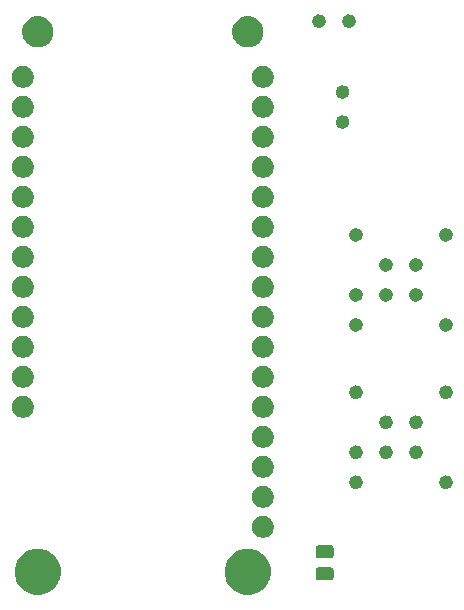
<source format=gts>
G04 #@! TF.GenerationSoftware,KiCad,Pcbnew,(5.1.0)-1*
G04 #@! TF.CreationDate,2019-11-28T11:04:33+01:00*
G04 #@! TF.ProjectId,main_PCB_3,6d61696e-5f50-4434-925f-332e6b696361,rev?*
G04 #@! TF.SameCoordinates,Original*
G04 #@! TF.FileFunction,Soldermask,Top*
G04 #@! TF.FilePolarity,Negative*
%FSLAX46Y46*%
G04 Gerber Fmt 4.6, Leading zero omitted, Abs format (unit mm)*
G04 Created by KiCad (PCBNEW (5.1.0)-1) date 2019-11-28 11:04:33*
%MOMM*%
%LPD*%
G04 APERTURE LIST*
%ADD10C,0.600000*%
%ADD11C,0.100000*%
G04 APERTURE END LIST*
D10*
X168840000Y-50000000D02*
G75*
G03X168840000Y-50000000I-300000J0D01*
G01*
X166300000Y-50000000D02*
G75*
G03X166300000Y-50000000I-300000J0D01*
G01*
X168300000Y-56000000D02*
G75*
G03X168300000Y-56000000I-300000J0D01*
G01*
X168300000Y-58540000D02*
G75*
G03X168300000Y-58540000I-300000J0D01*
G01*
X174510000Y-73180000D02*
G75*
G03X174510000Y-73180000I-300000J0D01*
G01*
X171970000Y-73180000D02*
G75*
G03X171970000Y-73180000I-300000J0D01*
G01*
X169430000Y-73180000D02*
G75*
G03X169430000Y-73180000I-300000J0D01*
G01*
X174510000Y-70640000D02*
G75*
G03X174510000Y-70640000I-300000J0D01*
G01*
X171970000Y-70640000D02*
G75*
G03X171970000Y-70640000I-300000J0D01*
G01*
X169430000Y-68100000D02*
G75*
G03X169430000Y-68100000I-300000J0D01*
G01*
X177050000Y-68100000D02*
G75*
G03X177050000Y-68100000I-300000J0D01*
G01*
X177050000Y-75720000D02*
G75*
G03X177050000Y-75720000I-300000J0D01*
G01*
X169430000Y-75720000D02*
G75*
G03X169430000Y-75720000I-300000J0D01*
G01*
X177050000Y-81420000D02*
G75*
G03X177050000Y-81420000I-300000J0D01*
G01*
X169430000Y-81420000D02*
G75*
G03X169430000Y-81420000I-300000J0D01*
G01*
X171970000Y-83960000D02*
G75*
G03X171970000Y-83960000I-300000J0D01*
G01*
X174510000Y-83960000D02*
G75*
G03X174510000Y-83960000I-300000J0D01*
G01*
X174510000Y-86500000D02*
G75*
G03X174510000Y-86500000I-300000J0D01*
G01*
X171970000Y-86500000D02*
G75*
G03X171970000Y-86500000I-300000J0D01*
G01*
X169430000Y-86500000D02*
G75*
G03X169430000Y-86500000I-300000J0D01*
G01*
X169430000Y-89040000D02*
G75*
G03X169430000Y-89040000I-300000J0D01*
G01*
X177050000Y-89040000D02*
G75*
G03X177050000Y-89040000I-300000J0D01*
G01*
D11*
G36*
X160414579Y-94714112D02*
G01*
X160540544Y-94739168D01*
X160687991Y-94800243D01*
X160896512Y-94886615D01*
X160896513Y-94886616D01*
X161216877Y-95100676D01*
X161489324Y-95373123D01*
X161546371Y-95458500D01*
X161703385Y-95693488D01*
X161850832Y-96049457D01*
X161925078Y-96422712D01*
X161926000Y-96427351D01*
X161926000Y-96812649D01*
X161850832Y-97190544D01*
X161793508Y-97328935D01*
X161703385Y-97546512D01*
X161703384Y-97546513D01*
X161489324Y-97866877D01*
X161216877Y-98139324D01*
X161002816Y-98282355D01*
X160896512Y-98353385D01*
X160687991Y-98439757D01*
X160540544Y-98500832D01*
X160414579Y-98525888D01*
X160162651Y-98576000D01*
X159777349Y-98576000D01*
X159525421Y-98525888D01*
X159399456Y-98500832D01*
X159252009Y-98439757D01*
X159043488Y-98353385D01*
X158937184Y-98282355D01*
X158723123Y-98139324D01*
X158450676Y-97866877D01*
X158236616Y-97546513D01*
X158236615Y-97546512D01*
X158146492Y-97328935D01*
X158089168Y-97190544D01*
X158014000Y-96812649D01*
X158014000Y-96427351D01*
X158014923Y-96422712D01*
X158089168Y-96049457D01*
X158236615Y-95693488D01*
X158393629Y-95458500D01*
X158450676Y-95373123D01*
X158723123Y-95100676D01*
X159043487Y-94886616D01*
X159043488Y-94886615D01*
X159252009Y-94800243D01*
X159399456Y-94739168D01*
X159525421Y-94714112D01*
X159777349Y-94664000D01*
X160162651Y-94664000D01*
X160414579Y-94714112D01*
X160414579Y-94714112D01*
G37*
G36*
X142634579Y-94714112D02*
G01*
X142760544Y-94739168D01*
X142907991Y-94800243D01*
X143116512Y-94886615D01*
X143116513Y-94886616D01*
X143436877Y-95100676D01*
X143709324Y-95373123D01*
X143766371Y-95458500D01*
X143923385Y-95693488D01*
X144070832Y-96049457D01*
X144145078Y-96422712D01*
X144146000Y-96427351D01*
X144146000Y-96812649D01*
X144070832Y-97190544D01*
X144013508Y-97328935D01*
X143923385Y-97546512D01*
X143923384Y-97546513D01*
X143709324Y-97866877D01*
X143436877Y-98139324D01*
X143222816Y-98282355D01*
X143116512Y-98353385D01*
X142907991Y-98439757D01*
X142760544Y-98500832D01*
X142634579Y-98525888D01*
X142382651Y-98576000D01*
X141997349Y-98576000D01*
X141745421Y-98525888D01*
X141619456Y-98500832D01*
X141472009Y-98439757D01*
X141263488Y-98353385D01*
X141157184Y-98282355D01*
X140943123Y-98139324D01*
X140670676Y-97866877D01*
X140456616Y-97546513D01*
X140456615Y-97546512D01*
X140366492Y-97328935D01*
X140309168Y-97190544D01*
X140234000Y-96812649D01*
X140234000Y-96427351D01*
X140234923Y-96422712D01*
X140309168Y-96049457D01*
X140456615Y-95693488D01*
X140613629Y-95458500D01*
X140670676Y-95373123D01*
X140943123Y-95100676D01*
X141263487Y-94886616D01*
X141263488Y-94886615D01*
X141472009Y-94800243D01*
X141619456Y-94739168D01*
X141745421Y-94714112D01*
X141997349Y-94664000D01*
X142382651Y-94664000D01*
X142634579Y-94714112D01*
X142634579Y-94714112D01*
G37*
G36*
X167064468Y-96261065D02*
G01*
X167103138Y-96272796D01*
X167138777Y-96291846D01*
X167170017Y-96317483D01*
X167195654Y-96348723D01*
X167214704Y-96384362D01*
X167226435Y-96423032D01*
X167231000Y-96469388D01*
X167231000Y-97120612D01*
X167226435Y-97166968D01*
X167214704Y-97205638D01*
X167195654Y-97241277D01*
X167170017Y-97272517D01*
X167138777Y-97298154D01*
X167103138Y-97317204D01*
X167064468Y-97328935D01*
X167018112Y-97333500D01*
X165941888Y-97333500D01*
X165895532Y-97328935D01*
X165856862Y-97317204D01*
X165821223Y-97298154D01*
X165789983Y-97272517D01*
X165764346Y-97241277D01*
X165745296Y-97205638D01*
X165733565Y-97166968D01*
X165729000Y-97120612D01*
X165729000Y-96469388D01*
X165733565Y-96423032D01*
X165745296Y-96384362D01*
X165764346Y-96348723D01*
X165789983Y-96317483D01*
X165821223Y-96291846D01*
X165856862Y-96272796D01*
X165895532Y-96261065D01*
X165941888Y-96256500D01*
X167018112Y-96256500D01*
X167064468Y-96261065D01*
X167064468Y-96261065D01*
G37*
G36*
X167064468Y-94386065D02*
G01*
X167103138Y-94397796D01*
X167138777Y-94416846D01*
X167170017Y-94442483D01*
X167195654Y-94473723D01*
X167214704Y-94509362D01*
X167226435Y-94548032D01*
X167231000Y-94594388D01*
X167231000Y-95245612D01*
X167226435Y-95291968D01*
X167214704Y-95330638D01*
X167195654Y-95366277D01*
X167170017Y-95397517D01*
X167138777Y-95423154D01*
X167103138Y-95442204D01*
X167064468Y-95453935D01*
X167018112Y-95458500D01*
X165941888Y-95458500D01*
X165895532Y-95453935D01*
X165856862Y-95442204D01*
X165821223Y-95423154D01*
X165789983Y-95397517D01*
X165764346Y-95366277D01*
X165745296Y-95330638D01*
X165733565Y-95291968D01*
X165729000Y-95245612D01*
X165729000Y-94594388D01*
X165733565Y-94548032D01*
X165745296Y-94509362D01*
X165764346Y-94473723D01*
X165789983Y-94442483D01*
X165821223Y-94416846D01*
X165856862Y-94397796D01*
X165895532Y-94386065D01*
X165941888Y-94381500D01*
X167018112Y-94381500D01*
X167064468Y-94386065D01*
X167064468Y-94386065D01*
G37*
G36*
X161514187Y-91906123D02*
G01*
X161685255Y-91976982D01*
X161685257Y-91976983D01*
X161762758Y-92028768D01*
X161839214Y-92079854D01*
X161970146Y-92210786D01*
X162073018Y-92364745D01*
X162143877Y-92535813D01*
X162180000Y-92717417D01*
X162180000Y-92902583D01*
X162143877Y-93084187D01*
X162073018Y-93255255D01*
X162073017Y-93255257D01*
X161970145Y-93409215D01*
X161839215Y-93540145D01*
X161685257Y-93643017D01*
X161685256Y-93643018D01*
X161685255Y-93643018D01*
X161514187Y-93713877D01*
X161332583Y-93750000D01*
X161147417Y-93750000D01*
X160965813Y-93713877D01*
X160794745Y-93643018D01*
X160794744Y-93643018D01*
X160794743Y-93643017D01*
X160640785Y-93540145D01*
X160509855Y-93409215D01*
X160406983Y-93255257D01*
X160406982Y-93255255D01*
X160336123Y-93084187D01*
X160300000Y-92902583D01*
X160300000Y-92717417D01*
X160336123Y-92535813D01*
X160406982Y-92364745D01*
X160509854Y-92210786D01*
X160640786Y-92079854D01*
X160717242Y-92028768D01*
X160794743Y-91976983D01*
X160794745Y-91976982D01*
X160965813Y-91906123D01*
X161147417Y-91870000D01*
X161332583Y-91870000D01*
X161514187Y-91906123D01*
X161514187Y-91906123D01*
G37*
G36*
X161514187Y-89366123D02*
G01*
X161685255Y-89436982D01*
X161685257Y-89436983D01*
X161762758Y-89488768D01*
X161839214Y-89539854D01*
X161970146Y-89670786D01*
X162073018Y-89824745D01*
X162143877Y-89995813D01*
X162180000Y-90177417D01*
X162180000Y-90362583D01*
X162143877Y-90544187D01*
X162073018Y-90715255D01*
X162073017Y-90715257D01*
X161970145Y-90869215D01*
X161839215Y-91000145D01*
X161685257Y-91103017D01*
X161685256Y-91103018D01*
X161685255Y-91103018D01*
X161514187Y-91173877D01*
X161332583Y-91210000D01*
X161147417Y-91210000D01*
X160965813Y-91173877D01*
X160794745Y-91103018D01*
X160794744Y-91103018D01*
X160794743Y-91103017D01*
X160640785Y-91000145D01*
X160509855Y-90869215D01*
X160406983Y-90715257D01*
X160406982Y-90715255D01*
X160336123Y-90544187D01*
X160300000Y-90362583D01*
X160300000Y-90177417D01*
X160336123Y-89995813D01*
X160406982Y-89824745D01*
X160509854Y-89670786D01*
X160640786Y-89539854D01*
X160717242Y-89488768D01*
X160794743Y-89436983D01*
X160794745Y-89436982D01*
X160965813Y-89366123D01*
X161147417Y-89330000D01*
X161332583Y-89330000D01*
X161514187Y-89366123D01*
X161514187Y-89366123D01*
G37*
G36*
X161514187Y-86826123D02*
G01*
X161685255Y-86896982D01*
X161685257Y-86896983D01*
X161762758Y-86948768D01*
X161839214Y-86999854D01*
X161970146Y-87130786D01*
X162073018Y-87284745D01*
X162143877Y-87455813D01*
X162180000Y-87637417D01*
X162180000Y-87822583D01*
X162143877Y-88004187D01*
X162073018Y-88175255D01*
X162073017Y-88175257D01*
X161970145Y-88329215D01*
X161839215Y-88460145D01*
X161685257Y-88563017D01*
X161685256Y-88563018D01*
X161685255Y-88563018D01*
X161514187Y-88633877D01*
X161332583Y-88670000D01*
X161147417Y-88670000D01*
X160965813Y-88633877D01*
X160794745Y-88563018D01*
X160794744Y-88563018D01*
X160794743Y-88563017D01*
X160640785Y-88460145D01*
X160509855Y-88329215D01*
X160406983Y-88175257D01*
X160406982Y-88175255D01*
X160336123Y-88004187D01*
X160300000Y-87822583D01*
X160300000Y-87637417D01*
X160336123Y-87455813D01*
X160406982Y-87284745D01*
X160509854Y-87130786D01*
X160640786Y-86999854D01*
X160717242Y-86948768D01*
X160794743Y-86896983D01*
X160794745Y-86896982D01*
X160965813Y-86826123D01*
X161147417Y-86790000D01*
X161332583Y-86790000D01*
X161514187Y-86826123D01*
X161514187Y-86826123D01*
G37*
G36*
X161514187Y-84286123D02*
G01*
X161685255Y-84356982D01*
X161685257Y-84356983D01*
X161762758Y-84408768D01*
X161839214Y-84459854D01*
X161970146Y-84590786D01*
X162073018Y-84744745D01*
X162143877Y-84915813D01*
X162180000Y-85097417D01*
X162180000Y-85282583D01*
X162143877Y-85464187D01*
X162073018Y-85635255D01*
X162073017Y-85635257D01*
X161970145Y-85789215D01*
X161839215Y-85920145D01*
X161685257Y-86023017D01*
X161685256Y-86023018D01*
X161685255Y-86023018D01*
X161514187Y-86093877D01*
X161332583Y-86130000D01*
X161147417Y-86130000D01*
X160965813Y-86093877D01*
X160794745Y-86023018D01*
X160794744Y-86023018D01*
X160794743Y-86023017D01*
X160640785Y-85920145D01*
X160509855Y-85789215D01*
X160406983Y-85635257D01*
X160406982Y-85635255D01*
X160336123Y-85464187D01*
X160300000Y-85282583D01*
X160300000Y-85097417D01*
X160336123Y-84915813D01*
X160406982Y-84744745D01*
X160509854Y-84590786D01*
X160640786Y-84459854D01*
X160717242Y-84408768D01*
X160794743Y-84356983D01*
X160794745Y-84356982D01*
X160965813Y-84286123D01*
X161147417Y-84250000D01*
X161332583Y-84250000D01*
X161514187Y-84286123D01*
X161514187Y-84286123D01*
G37*
G36*
X161514187Y-81746123D02*
G01*
X161685255Y-81816982D01*
X161685257Y-81816983D01*
X161762758Y-81868768D01*
X161839214Y-81919854D01*
X161970146Y-82050786D01*
X162073018Y-82204745D01*
X162143877Y-82375813D01*
X162180000Y-82557417D01*
X162180000Y-82742583D01*
X162143877Y-82924187D01*
X162073018Y-83095255D01*
X162073017Y-83095257D01*
X161970145Y-83249215D01*
X161839215Y-83380145D01*
X161685257Y-83483017D01*
X161685256Y-83483018D01*
X161685255Y-83483018D01*
X161514187Y-83553877D01*
X161332583Y-83590000D01*
X161147417Y-83590000D01*
X160965813Y-83553877D01*
X160794745Y-83483018D01*
X160794744Y-83483018D01*
X160794743Y-83483017D01*
X160640785Y-83380145D01*
X160509855Y-83249215D01*
X160406983Y-83095257D01*
X160406982Y-83095255D01*
X160336123Y-82924187D01*
X160300000Y-82742583D01*
X160300000Y-82557417D01*
X160336123Y-82375813D01*
X160406982Y-82204745D01*
X160509854Y-82050786D01*
X160640786Y-81919854D01*
X160717242Y-81868768D01*
X160794743Y-81816983D01*
X160794745Y-81816982D01*
X160965813Y-81746123D01*
X161147417Y-81710000D01*
X161332583Y-81710000D01*
X161514187Y-81746123D01*
X161514187Y-81746123D01*
G37*
G36*
X141194187Y-81746123D02*
G01*
X141365255Y-81816982D01*
X141365257Y-81816983D01*
X141442758Y-81868768D01*
X141519214Y-81919854D01*
X141650146Y-82050786D01*
X141753018Y-82204745D01*
X141823877Y-82375813D01*
X141860000Y-82557417D01*
X141860000Y-82742583D01*
X141823877Y-82924187D01*
X141753018Y-83095255D01*
X141753017Y-83095257D01*
X141650145Y-83249215D01*
X141519215Y-83380145D01*
X141365257Y-83483017D01*
X141365256Y-83483018D01*
X141365255Y-83483018D01*
X141194187Y-83553877D01*
X141012583Y-83590000D01*
X140827417Y-83590000D01*
X140645813Y-83553877D01*
X140474745Y-83483018D01*
X140474744Y-83483018D01*
X140474743Y-83483017D01*
X140320785Y-83380145D01*
X140189855Y-83249215D01*
X140086983Y-83095257D01*
X140086982Y-83095255D01*
X140016123Y-82924187D01*
X139980000Y-82742583D01*
X139980000Y-82557417D01*
X140016123Y-82375813D01*
X140086982Y-82204745D01*
X140189854Y-82050786D01*
X140320786Y-81919854D01*
X140397242Y-81868768D01*
X140474743Y-81816983D01*
X140474745Y-81816982D01*
X140645813Y-81746123D01*
X140827417Y-81710000D01*
X141012583Y-81710000D01*
X141194187Y-81746123D01*
X141194187Y-81746123D01*
G37*
G36*
X141194187Y-79206123D02*
G01*
X141365255Y-79276982D01*
X141365257Y-79276983D01*
X141442758Y-79328768D01*
X141519214Y-79379854D01*
X141650146Y-79510786D01*
X141753018Y-79664745D01*
X141823877Y-79835813D01*
X141860000Y-80017417D01*
X141860000Y-80202583D01*
X141823877Y-80384187D01*
X141753018Y-80555255D01*
X141753017Y-80555257D01*
X141650145Y-80709215D01*
X141519215Y-80840145D01*
X141365257Y-80943017D01*
X141365256Y-80943018D01*
X141365255Y-80943018D01*
X141194187Y-81013877D01*
X141012583Y-81050000D01*
X140827417Y-81050000D01*
X140645813Y-81013877D01*
X140474745Y-80943018D01*
X140474744Y-80943018D01*
X140474743Y-80943017D01*
X140320785Y-80840145D01*
X140189855Y-80709215D01*
X140086983Y-80555257D01*
X140086982Y-80555255D01*
X140016123Y-80384187D01*
X139980000Y-80202583D01*
X139980000Y-80017417D01*
X140016123Y-79835813D01*
X140086982Y-79664745D01*
X140189854Y-79510786D01*
X140320786Y-79379854D01*
X140397242Y-79328768D01*
X140474743Y-79276983D01*
X140474745Y-79276982D01*
X140645813Y-79206123D01*
X140827417Y-79170000D01*
X141012583Y-79170000D01*
X141194187Y-79206123D01*
X141194187Y-79206123D01*
G37*
G36*
X161514187Y-79206123D02*
G01*
X161685255Y-79276982D01*
X161685257Y-79276983D01*
X161762758Y-79328768D01*
X161839214Y-79379854D01*
X161970146Y-79510786D01*
X162073018Y-79664745D01*
X162143877Y-79835813D01*
X162180000Y-80017417D01*
X162180000Y-80202583D01*
X162143877Y-80384187D01*
X162073018Y-80555255D01*
X162073017Y-80555257D01*
X161970145Y-80709215D01*
X161839215Y-80840145D01*
X161685257Y-80943017D01*
X161685256Y-80943018D01*
X161685255Y-80943018D01*
X161514187Y-81013877D01*
X161332583Y-81050000D01*
X161147417Y-81050000D01*
X160965813Y-81013877D01*
X160794745Y-80943018D01*
X160794744Y-80943018D01*
X160794743Y-80943017D01*
X160640785Y-80840145D01*
X160509855Y-80709215D01*
X160406983Y-80555257D01*
X160406982Y-80555255D01*
X160336123Y-80384187D01*
X160300000Y-80202583D01*
X160300000Y-80017417D01*
X160336123Y-79835813D01*
X160406982Y-79664745D01*
X160509854Y-79510786D01*
X160640786Y-79379854D01*
X160717242Y-79328768D01*
X160794743Y-79276983D01*
X160794745Y-79276982D01*
X160965813Y-79206123D01*
X161147417Y-79170000D01*
X161332583Y-79170000D01*
X161514187Y-79206123D01*
X161514187Y-79206123D01*
G37*
G36*
X161514187Y-76666123D02*
G01*
X161685255Y-76736982D01*
X161685257Y-76736983D01*
X161762758Y-76788768D01*
X161839214Y-76839854D01*
X161970146Y-76970786D01*
X162073018Y-77124745D01*
X162143877Y-77295813D01*
X162180000Y-77477417D01*
X162180000Y-77662583D01*
X162143877Y-77844187D01*
X162073018Y-78015255D01*
X162073017Y-78015257D01*
X161970145Y-78169215D01*
X161839215Y-78300145D01*
X161685257Y-78403017D01*
X161685256Y-78403018D01*
X161685255Y-78403018D01*
X161514187Y-78473877D01*
X161332583Y-78510000D01*
X161147417Y-78510000D01*
X160965813Y-78473877D01*
X160794745Y-78403018D01*
X160794744Y-78403018D01*
X160794743Y-78403017D01*
X160640785Y-78300145D01*
X160509855Y-78169215D01*
X160406983Y-78015257D01*
X160406982Y-78015255D01*
X160336123Y-77844187D01*
X160300000Y-77662583D01*
X160300000Y-77477417D01*
X160336123Y-77295813D01*
X160406982Y-77124745D01*
X160509854Y-76970786D01*
X160640786Y-76839854D01*
X160717242Y-76788768D01*
X160794743Y-76736983D01*
X160794745Y-76736982D01*
X160965813Y-76666123D01*
X161147417Y-76630000D01*
X161332583Y-76630000D01*
X161514187Y-76666123D01*
X161514187Y-76666123D01*
G37*
G36*
X141194187Y-76666123D02*
G01*
X141365255Y-76736982D01*
X141365257Y-76736983D01*
X141442758Y-76788768D01*
X141519214Y-76839854D01*
X141650146Y-76970786D01*
X141753018Y-77124745D01*
X141823877Y-77295813D01*
X141860000Y-77477417D01*
X141860000Y-77662583D01*
X141823877Y-77844187D01*
X141753018Y-78015255D01*
X141753017Y-78015257D01*
X141650145Y-78169215D01*
X141519215Y-78300145D01*
X141365257Y-78403017D01*
X141365256Y-78403018D01*
X141365255Y-78403018D01*
X141194187Y-78473877D01*
X141012583Y-78510000D01*
X140827417Y-78510000D01*
X140645813Y-78473877D01*
X140474745Y-78403018D01*
X140474744Y-78403018D01*
X140474743Y-78403017D01*
X140320785Y-78300145D01*
X140189855Y-78169215D01*
X140086983Y-78015257D01*
X140086982Y-78015255D01*
X140016123Y-77844187D01*
X139980000Y-77662583D01*
X139980000Y-77477417D01*
X140016123Y-77295813D01*
X140086982Y-77124745D01*
X140189854Y-76970786D01*
X140320786Y-76839854D01*
X140397242Y-76788768D01*
X140474743Y-76736983D01*
X140474745Y-76736982D01*
X140645813Y-76666123D01*
X140827417Y-76630000D01*
X141012583Y-76630000D01*
X141194187Y-76666123D01*
X141194187Y-76666123D01*
G37*
G36*
X161514187Y-74126123D02*
G01*
X161685255Y-74196982D01*
X161685257Y-74196983D01*
X161762758Y-74248768D01*
X161839214Y-74299854D01*
X161970146Y-74430786D01*
X162073018Y-74584745D01*
X162143877Y-74755813D01*
X162180000Y-74937417D01*
X162180000Y-75122583D01*
X162143877Y-75304187D01*
X162073018Y-75475255D01*
X162073017Y-75475257D01*
X161970145Y-75629215D01*
X161839215Y-75760145D01*
X161685257Y-75863017D01*
X161685256Y-75863018D01*
X161685255Y-75863018D01*
X161514187Y-75933877D01*
X161332583Y-75970000D01*
X161147417Y-75970000D01*
X160965813Y-75933877D01*
X160794745Y-75863018D01*
X160794744Y-75863018D01*
X160794743Y-75863017D01*
X160640785Y-75760145D01*
X160509855Y-75629215D01*
X160406983Y-75475257D01*
X160406982Y-75475255D01*
X160336123Y-75304187D01*
X160300000Y-75122583D01*
X160300000Y-74937417D01*
X160336123Y-74755813D01*
X160406982Y-74584745D01*
X160509854Y-74430786D01*
X160640786Y-74299854D01*
X160717242Y-74248768D01*
X160794743Y-74196983D01*
X160794745Y-74196982D01*
X160965813Y-74126123D01*
X161147417Y-74090000D01*
X161332583Y-74090000D01*
X161514187Y-74126123D01*
X161514187Y-74126123D01*
G37*
G36*
X141194187Y-74126123D02*
G01*
X141365255Y-74196982D01*
X141365257Y-74196983D01*
X141442758Y-74248768D01*
X141519214Y-74299854D01*
X141650146Y-74430786D01*
X141753018Y-74584745D01*
X141823877Y-74755813D01*
X141860000Y-74937417D01*
X141860000Y-75122583D01*
X141823877Y-75304187D01*
X141753018Y-75475255D01*
X141753017Y-75475257D01*
X141650145Y-75629215D01*
X141519215Y-75760145D01*
X141365257Y-75863017D01*
X141365256Y-75863018D01*
X141365255Y-75863018D01*
X141194187Y-75933877D01*
X141012583Y-75970000D01*
X140827417Y-75970000D01*
X140645813Y-75933877D01*
X140474745Y-75863018D01*
X140474744Y-75863018D01*
X140474743Y-75863017D01*
X140320785Y-75760145D01*
X140189855Y-75629215D01*
X140086983Y-75475257D01*
X140086982Y-75475255D01*
X140016123Y-75304187D01*
X139980000Y-75122583D01*
X139980000Y-74937417D01*
X140016123Y-74755813D01*
X140086982Y-74584745D01*
X140189854Y-74430786D01*
X140320786Y-74299854D01*
X140397242Y-74248768D01*
X140474743Y-74196983D01*
X140474745Y-74196982D01*
X140645813Y-74126123D01*
X140827417Y-74090000D01*
X141012583Y-74090000D01*
X141194187Y-74126123D01*
X141194187Y-74126123D01*
G37*
G36*
X141194187Y-71586123D02*
G01*
X141365255Y-71656982D01*
X141365257Y-71656983D01*
X141442758Y-71708768D01*
X141519214Y-71759854D01*
X141650146Y-71890786D01*
X141753018Y-72044745D01*
X141823877Y-72215813D01*
X141860000Y-72397417D01*
X141860000Y-72582583D01*
X141823877Y-72764187D01*
X141753018Y-72935255D01*
X141753017Y-72935257D01*
X141650145Y-73089215D01*
X141519215Y-73220145D01*
X141365257Y-73323017D01*
X141365256Y-73323018D01*
X141365255Y-73323018D01*
X141194187Y-73393877D01*
X141012583Y-73430000D01*
X140827417Y-73430000D01*
X140645813Y-73393877D01*
X140474745Y-73323018D01*
X140474744Y-73323018D01*
X140474743Y-73323017D01*
X140320785Y-73220145D01*
X140189855Y-73089215D01*
X140086983Y-72935257D01*
X140086982Y-72935255D01*
X140016123Y-72764187D01*
X139980000Y-72582583D01*
X139980000Y-72397417D01*
X140016123Y-72215813D01*
X140086982Y-72044745D01*
X140189854Y-71890786D01*
X140320786Y-71759854D01*
X140397242Y-71708768D01*
X140474743Y-71656983D01*
X140474745Y-71656982D01*
X140645813Y-71586123D01*
X140827417Y-71550000D01*
X141012583Y-71550000D01*
X141194187Y-71586123D01*
X141194187Y-71586123D01*
G37*
G36*
X161514187Y-71586123D02*
G01*
X161685255Y-71656982D01*
X161685257Y-71656983D01*
X161762758Y-71708768D01*
X161839214Y-71759854D01*
X161970146Y-71890786D01*
X162073018Y-72044745D01*
X162143877Y-72215813D01*
X162180000Y-72397417D01*
X162180000Y-72582583D01*
X162143877Y-72764187D01*
X162073018Y-72935255D01*
X162073017Y-72935257D01*
X161970145Y-73089215D01*
X161839215Y-73220145D01*
X161685257Y-73323017D01*
X161685256Y-73323018D01*
X161685255Y-73323018D01*
X161514187Y-73393877D01*
X161332583Y-73430000D01*
X161147417Y-73430000D01*
X160965813Y-73393877D01*
X160794745Y-73323018D01*
X160794744Y-73323018D01*
X160794743Y-73323017D01*
X160640785Y-73220145D01*
X160509855Y-73089215D01*
X160406983Y-72935257D01*
X160406982Y-72935255D01*
X160336123Y-72764187D01*
X160300000Y-72582583D01*
X160300000Y-72397417D01*
X160336123Y-72215813D01*
X160406982Y-72044745D01*
X160509854Y-71890786D01*
X160640786Y-71759854D01*
X160717242Y-71708768D01*
X160794743Y-71656983D01*
X160794745Y-71656982D01*
X160965813Y-71586123D01*
X161147417Y-71550000D01*
X161332583Y-71550000D01*
X161514187Y-71586123D01*
X161514187Y-71586123D01*
G37*
G36*
X141194187Y-69046123D02*
G01*
X141365255Y-69116982D01*
X141365257Y-69116983D01*
X141442758Y-69168768D01*
X141519214Y-69219854D01*
X141650146Y-69350786D01*
X141753018Y-69504745D01*
X141823877Y-69675813D01*
X141860000Y-69857417D01*
X141860000Y-70042583D01*
X141823877Y-70224187D01*
X141753018Y-70395255D01*
X141753017Y-70395257D01*
X141650145Y-70549215D01*
X141519215Y-70680145D01*
X141365257Y-70783017D01*
X141365256Y-70783018D01*
X141365255Y-70783018D01*
X141194187Y-70853877D01*
X141012583Y-70890000D01*
X140827417Y-70890000D01*
X140645813Y-70853877D01*
X140474745Y-70783018D01*
X140474744Y-70783018D01*
X140474743Y-70783017D01*
X140320785Y-70680145D01*
X140189855Y-70549215D01*
X140086983Y-70395257D01*
X140086982Y-70395255D01*
X140016123Y-70224187D01*
X139980000Y-70042583D01*
X139980000Y-69857417D01*
X140016123Y-69675813D01*
X140086982Y-69504745D01*
X140189854Y-69350786D01*
X140320786Y-69219854D01*
X140397242Y-69168768D01*
X140474743Y-69116983D01*
X140474745Y-69116982D01*
X140645813Y-69046123D01*
X140827417Y-69010000D01*
X141012583Y-69010000D01*
X141194187Y-69046123D01*
X141194187Y-69046123D01*
G37*
G36*
X161514187Y-69046123D02*
G01*
X161685255Y-69116982D01*
X161685257Y-69116983D01*
X161762758Y-69168768D01*
X161839214Y-69219854D01*
X161970146Y-69350786D01*
X162073018Y-69504745D01*
X162143877Y-69675813D01*
X162180000Y-69857417D01*
X162180000Y-70042583D01*
X162143877Y-70224187D01*
X162073018Y-70395255D01*
X162073017Y-70395257D01*
X161970145Y-70549215D01*
X161839215Y-70680145D01*
X161685257Y-70783017D01*
X161685256Y-70783018D01*
X161685255Y-70783018D01*
X161514187Y-70853877D01*
X161332583Y-70890000D01*
X161147417Y-70890000D01*
X160965813Y-70853877D01*
X160794745Y-70783018D01*
X160794744Y-70783018D01*
X160794743Y-70783017D01*
X160640785Y-70680145D01*
X160509855Y-70549215D01*
X160406983Y-70395257D01*
X160406982Y-70395255D01*
X160336123Y-70224187D01*
X160300000Y-70042583D01*
X160300000Y-69857417D01*
X160336123Y-69675813D01*
X160406982Y-69504745D01*
X160509854Y-69350786D01*
X160640786Y-69219854D01*
X160717242Y-69168768D01*
X160794743Y-69116983D01*
X160794745Y-69116982D01*
X160965813Y-69046123D01*
X161147417Y-69010000D01*
X161332583Y-69010000D01*
X161514187Y-69046123D01*
X161514187Y-69046123D01*
G37*
G36*
X161514187Y-66506123D02*
G01*
X161685255Y-66576982D01*
X161685257Y-66576983D01*
X161762758Y-66628768D01*
X161839214Y-66679854D01*
X161970146Y-66810786D01*
X162073018Y-66964745D01*
X162143877Y-67135813D01*
X162180000Y-67317417D01*
X162180000Y-67502583D01*
X162143877Y-67684187D01*
X162073018Y-67855255D01*
X162073017Y-67855257D01*
X161970145Y-68009215D01*
X161839215Y-68140145D01*
X161685257Y-68243017D01*
X161685256Y-68243018D01*
X161685255Y-68243018D01*
X161514187Y-68313877D01*
X161332583Y-68350000D01*
X161147417Y-68350000D01*
X160965813Y-68313877D01*
X160794745Y-68243018D01*
X160794744Y-68243018D01*
X160794743Y-68243017D01*
X160640785Y-68140145D01*
X160509855Y-68009215D01*
X160406983Y-67855257D01*
X160406982Y-67855255D01*
X160336123Y-67684187D01*
X160300000Y-67502583D01*
X160300000Y-67317417D01*
X160336123Y-67135813D01*
X160406982Y-66964745D01*
X160509854Y-66810786D01*
X160640786Y-66679854D01*
X160717242Y-66628768D01*
X160794743Y-66576983D01*
X160794745Y-66576982D01*
X160965813Y-66506123D01*
X161147417Y-66470000D01*
X161332583Y-66470000D01*
X161514187Y-66506123D01*
X161514187Y-66506123D01*
G37*
G36*
X141194187Y-66506123D02*
G01*
X141365255Y-66576982D01*
X141365257Y-66576983D01*
X141442758Y-66628768D01*
X141519214Y-66679854D01*
X141650146Y-66810786D01*
X141753018Y-66964745D01*
X141823877Y-67135813D01*
X141860000Y-67317417D01*
X141860000Y-67502583D01*
X141823877Y-67684187D01*
X141753018Y-67855255D01*
X141753017Y-67855257D01*
X141650145Y-68009215D01*
X141519215Y-68140145D01*
X141365257Y-68243017D01*
X141365256Y-68243018D01*
X141365255Y-68243018D01*
X141194187Y-68313877D01*
X141012583Y-68350000D01*
X140827417Y-68350000D01*
X140645813Y-68313877D01*
X140474745Y-68243018D01*
X140474744Y-68243018D01*
X140474743Y-68243017D01*
X140320785Y-68140145D01*
X140189855Y-68009215D01*
X140086983Y-67855257D01*
X140086982Y-67855255D01*
X140016123Y-67684187D01*
X139980000Y-67502583D01*
X139980000Y-67317417D01*
X140016123Y-67135813D01*
X140086982Y-66964745D01*
X140189854Y-66810786D01*
X140320786Y-66679854D01*
X140397242Y-66628768D01*
X140474743Y-66576983D01*
X140474745Y-66576982D01*
X140645813Y-66506123D01*
X140827417Y-66470000D01*
X141012583Y-66470000D01*
X141194187Y-66506123D01*
X141194187Y-66506123D01*
G37*
G36*
X161514187Y-63966123D02*
G01*
X161685255Y-64036982D01*
X161685257Y-64036983D01*
X161762758Y-64088768D01*
X161839214Y-64139854D01*
X161970146Y-64270786D01*
X162073018Y-64424745D01*
X162143877Y-64595813D01*
X162180000Y-64777417D01*
X162180000Y-64962583D01*
X162143877Y-65144187D01*
X162073018Y-65315255D01*
X162073017Y-65315257D01*
X161970145Y-65469215D01*
X161839215Y-65600145D01*
X161685257Y-65703017D01*
X161685256Y-65703018D01*
X161685255Y-65703018D01*
X161514187Y-65773877D01*
X161332583Y-65810000D01*
X161147417Y-65810000D01*
X160965813Y-65773877D01*
X160794745Y-65703018D01*
X160794744Y-65703018D01*
X160794743Y-65703017D01*
X160640785Y-65600145D01*
X160509855Y-65469215D01*
X160406983Y-65315257D01*
X160406982Y-65315255D01*
X160336123Y-65144187D01*
X160300000Y-64962583D01*
X160300000Y-64777417D01*
X160336123Y-64595813D01*
X160406982Y-64424745D01*
X160509854Y-64270786D01*
X160640786Y-64139854D01*
X160717242Y-64088768D01*
X160794743Y-64036983D01*
X160794745Y-64036982D01*
X160965813Y-63966123D01*
X161147417Y-63930000D01*
X161332583Y-63930000D01*
X161514187Y-63966123D01*
X161514187Y-63966123D01*
G37*
G36*
X141194187Y-63966123D02*
G01*
X141365255Y-64036982D01*
X141365257Y-64036983D01*
X141442758Y-64088768D01*
X141519214Y-64139854D01*
X141650146Y-64270786D01*
X141753018Y-64424745D01*
X141823877Y-64595813D01*
X141860000Y-64777417D01*
X141860000Y-64962583D01*
X141823877Y-65144187D01*
X141753018Y-65315255D01*
X141753017Y-65315257D01*
X141650145Y-65469215D01*
X141519215Y-65600145D01*
X141365257Y-65703017D01*
X141365256Y-65703018D01*
X141365255Y-65703018D01*
X141194187Y-65773877D01*
X141012583Y-65810000D01*
X140827417Y-65810000D01*
X140645813Y-65773877D01*
X140474745Y-65703018D01*
X140474744Y-65703018D01*
X140474743Y-65703017D01*
X140320785Y-65600145D01*
X140189855Y-65469215D01*
X140086983Y-65315257D01*
X140086982Y-65315255D01*
X140016123Y-65144187D01*
X139980000Y-64962583D01*
X139980000Y-64777417D01*
X140016123Y-64595813D01*
X140086982Y-64424745D01*
X140189854Y-64270786D01*
X140320786Y-64139854D01*
X140397242Y-64088768D01*
X140474743Y-64036983D01*
X140474745Y-64036982D01*
X140645813Y-63966123D01*
X140827417Y-63930000D01*
X141012583Y-63930000D01*
X141194187Y-63966123D01*
X141194187Y-63966123D01*
G37*
G36*
X141194187Y-61426123D02*
G01*
X141365255Y-61496982D01*
X141365257Y-61496983D01*
X141442758Y-61548768D01*
X141519214Y-61599854D01*
X141650146Y-61730786D01*
X141753018Y-61884745D01*
X141823877Y-62055813D01*
X141860000Y-62237417D01*
X141860000Y-62422583D01*
X141823877Y-62604187D01*
X141753018Y-62775255D01*
X141753017Y-62775257D01*
X141650145Y-62929215D01*
X141519215Y-63060145D01*
X141365257Y-63163017D01*
X141365256Y-63163018D01*
X141365255Y-63163018D01*
X141194187Y-63233877D01*
X141012583Y-63270000D01*
X140827417Y-63270000D01*
X140645813Y-63233877D01*
X140474745Y-63163018D01*
X140474744Y-63163018D01*
X140474743Y-63163017D01*
X140320785Y-63060145D01*
X140189855Y-62929215D01*
X140086983Y-62775257D01*
X140086982Y-62775255D01*
X140016123Y-62604187D01*
X139980000Y-62422583D01*
X139980000Y-62237417D01*
X140016123Y-62055813D01*
X140086982Y-61884745D01*
X140189854Y-61730786D01*
X140320786Y-61599854D01*
X140397242Y-61548768D01*
X140474743Y-61496983D01*
X140474745Y-61496982D01*
X140645813Y-61426123D01*
X140827417Y-61390000D01*
X141012583Y-61390000D01*
X141194187Y-61426123D01*
X141194187Y-61426123D01*
G37*
G36*
X161514187Y-61426123D02*
G01*
X161685255Y-61496982D01*
X161685257Y-61496983D01*
X161762758Y-61548768D01*
X161839214Y-61599854D01*
X161970146Y-61730786D01*
X162073018Y-61884745D01*
X162143877Y-62055813D01*
X162180000Y-62237417D01*
X162180000Y-62422583D01*
X162143877Y-62604187D01*
X162073018Y-62775255D01*
X162073017Y-62775257D01*
X161970145Y-62929215D01*
X161839215Y-63060145D01*
X161685257Y-63163017D01*
X161685256Y-63163018D01*
X161685255Y-63163018D01*
X161514187Y-63233877D01*
X161332583Y-63270000D01*
X161147417Y-63270000D01*
X160965813Y-63233877D01*
X160794745Y-63163018D01*
X160794744Y-63163018D01*
X160794743Y-63163017D01*
X160640785Y-63060145D01*
X160509855Y-62929215D01*
X160406983Y-62775257D01*
X160406982Y-62775255D01*
X160336123Y-62604187D01*
X160300000Y-62422583D01*
X160300000Y-62237417D01*
X160336123Y-62055813D01*
X160406982Y-61884745D01*
X160509854Y-61730786D01*
X160640786Y-61599854D01*
X160717242Y-61548768D01*
X160794743Y-61496983D01*
X160794745Y-61496982D01*
X160965813Y-61426123D01*
X161147417Y-61390000D01*
X161332583Y-61390000D01*
X161514187Y-61426123D01*
X161514187Y-61426123D01*
G37*
G36*
X141194187Y-58886123D02*
G01*
X141365255Y-58956982D01*
X141365257Y-58956983D01*
X141442758Y-59008768D01*
X141519214Y-59059854D01*
X141650146Y-59190786D01*
X141753018Y-59344745D01*
X141823877Y-59515813D01*
X141860000Y-59697417D01*
X141860000Y-59882583D01*
X141823877Y-60064187D01*
X141753018Y-60235255D01*
X141753017Y-60235257D01*
X141650145Y-60389215D01*
X141519215Y-60520145D01*
X141365257Y-60623017D01*
X141365256Y-60623018D01*
X141365255Y-60623018D01*
X141194187Y-60693877D01*
X141012583Y-60730000D01*
X140827417Y-60730000D01*
X140645813Y-60693877D01*
X140474745Y-60623018D01*
X140474744Y-60623018D01*
X140474743Y-60623017D01*
X140320785Y-60520145D01*
X140189855Y-60389215D01*
X140086983Y-60235257D01*
X140086982Y-60235255D01*
X140016123Y-60064187D01*
X139980000Y-59882583D01*
X139980000Y-59697417D01*
X140016123Y-59515813D01*
X140086982Y-59344745D01*
X140189854Y-59190786D01*
X140320786Y-59059854D01*
X140397242Y-59008768D01*
X140474743Y-58956983D01*
X140474745Y-58956982D01*
X140645813Y-58886123D01*
X140827417Y-58850000D01*
X141012583Y-58850000D01*
X141194187Y-58886123D01*
X141194187Y-58886123D01*
G37*
G36*
X161514187Y-58886123D02*
G01*
X161685255Y-58956982D01*
X161685257Y-58956983D01*
X161762758Y-59008768D01*
X161839214Y-59059854D01*
X161970146Y-59190786D01*
X162073018Y-59344745D01*
X162143877Y-59515813D01*
X162180000Y-59697417D01*
X162180000Y-59882583D01*
X162143877Y-60064187D01*
X162073018Y-60235255D01*
X162073017Y-60235257D01*
X161970145Y-60389215D01*
X161839215Y-60520145D01*
X161685257Y-60623017D01*
X161685256Y-60623018D01*
X161685255Y-60623018D01*
X161514187Y-60693877D01*
X161332583Y-60730000D01*
X161147417Y-60730000D01*
X160965813Y-60693877D01*
X160794745Y-60623018D01*
X160794744Y-60623018D01*
X160794743Y-60623017D01*
X160640785Y-60520145D01*
X160509855Y-60389215D01*
X160406983Y-60235257D01*
X160406982Y-60235255D01*
X160336123Y-60064187D01*
X160300000Y-59882583D01*
X160300000Y-59697417D01*
X160336123Y-59515813D01*
X160406982Y-59344745D01*
X160509854Y-59190786D01*
X160640786Y-59059854D01*
X160717242Y-59008768D01*
X160794743Y-58956983D01*
X160794745Y-58956982D01*
X160965813Y-58886123D01*
X161147417Y-58850000D01*
X161332583Y-58850000D01*
X161514187Y-58886123D01*
X161514187Y-58886123D01*
G37*
G36*
X161514187Y-56346123D02*
G01*
X161685255Y-56416982D01*
X161685257Y-56416983D01*
X161762758Y-56468768D01*
X161839214Y-56519854D01*
X161970146Y-56650786D01*
X162073018Y-56804745D01*
X162143877Y-56975813D01*
X162180000Y-57157417D01*
X162180000Y-57342583D01*
X162143877Y-57524187D01*
X162073018Y-57695255D01*
X162073017Y-57695257D01*
X161970145Y-57849215D01*
X161839215Y-57980145D01*
X161685257Y-58083017D01*
X161685256Y-58083018D01*
X161685255Y-58083018D01*
X161514187Y-58153877D01*
X161332583Y-58190000D01*
X161147417Y-58190000D01*
X160965813Y-58153877D01*
X160794745Y-58083018D01*
X160794744Y-58083018D01*
X160794743Y-58083017D01*
X160640785Y-57980145D01*
X160509855Y-57849215D01*
X160406983Y-57695257D01*
X160406982Y-57695255D01*
X160336123Y-57524187D01*
X160300000Y-57342583D01*
X160300000Y-57157417D01*
X160336123Y-56975813D01*
X160406982Y-56804745D01*
X160509854Y-56650786D01*
X160640786Y-56519854D01*
X160717242Y-56468768D01*
X160794743Y-56416983D01*
X160794745Y-56416982D01*
X160965813Y-56346123D01*
X161147417Y-56310000D01*
X161332583Y-56310000D01*
X161514187Y-56346123D01*
X161514187Y-56346123D01*
G37*
G36*
X141194187Y-56346123D02*
G01*
X141365255Y-56416982D01*
X141365257Y-56416983D01*
X141442758Y-56468768D01*
X141519214Y-56519854D01*
X141650146Y-56650786D01*
X141753018Y-56804745D01*
X141823877Y-56975813D01*
X141860000Y-57157417D01*
X141860000Y-57342583D01*
X141823877Y-57524187D01*
X141753018Y-57695255D01*
X141753017Y-57695257D01*
X141650145Y-57849215D01*
X141519215Y-57980145D01*
X141365257Y-58083017D01*
X141365256Y-58083018D01*
X141365255Y-58083018D01*
X141194187Y-58153877D01*
X141012583Y-58190000D01*
X140827417Y-58190000D01*
X140645813Y-58153877D01*
X140474745Y-58083018D01*
X140474744Y-58083018D01*
X140474743Y-58083017D01*
X140320785Y-57980145D01*
X140189855Y-57849215D01*
X140086983Y-57695257D01*
X140086982Y-57695255D01*
X140016123Y-57524187D01*
X139980000Y-57342583D01*
X139980000Y-57157417D01*
X140016123Y-56975813D01*
X140086982Y-56804745D01*
X140189854Y-56650786D01*
X140320786Y-56519854D01*
X140397242Y-56468768D01*
X140474743Y-56416983D01*
X140474745Y-56416982D01*
X140645813Y-56346123D01*
X140827417Y-56310000D01*
X141012583Y-56310000D01*
X141194187Y-56346123D01*
X141194187Y-56346123D01*
G37*
G36*
X141194187Y-53806123D02*
G01*
X141365255Y-53876982D01*
X141365257Y-53876983D01*
X141442758Y-53928768D01*
X141519214Y-53979854D01*
X141650146Y-54110786D01*
X141753018Y-54264745D01*
X141823877Y-54435813D01*
X141860000Y-54617417D01*
X141860000Y-54802583D01*
X141823877Y-54984187D01*
X141753018Y-55155255D01*
X141753017Y-55155257D01*
X141650145Y-55309215D01*
X141519215Y-55440145D01*
X141365257Y-55543017D01*
X141365256Y-55543018D01*
X141365255Y-55543018D01*
X141194187Y-55613877D01*
X141012583Y-55650000D01*
X140827417Y-55650000D01*
X140645813Y-55613877D01*
X140474745Y-55543018D01*
X140474744Y-55543018D01*
X140474743Y-55543017D01*
X140320785Y-55440145D01*
X140189855Y-55309215D01*
X140086983Y-55155257D01*
X140086982Y-55155255D01*
X140016123Y-54984187D01*
X139980000Y-54802583D01*
X139980000Y-54617417D01*
X140016123Y-54435813D01*
X140086982Y-54264745D01*
X140189854Y-54110786D01*
X140320786Y-53979854D01*
X140397242Y-53928768D01*
X140474743Y-53876983D01*
X140474745Y-53876982D01*
X140645813Y-53806123D01*
X140827417Y-53770000D01*
X141012583Y-53770000D01*
X141194187Y-53806123D01*
X141194187Y-53806123D01*
G37*
G36*
X161514187Y-53806123D02*
G01*
X161685255Y-53876982D01*
X161685257Y-53876983D01*
X161762758Y-53928768D01*
X161839214Y-53979854D01*
X161970146Y-54110786D01*
X162073018Y-54264745D01*
X162143877Y-54435813D01*
X162180000Y-54617417D01*
X162180000Y-54802583D01*
X162143877Y-54984187D01*
X162073018Y-55155255D01*
X162073017Y-55155257D01*
X161970145Y-55309215D01*
X161839215Y-55440145D01*
X161685257Y-55543017D01*
X161685256Y-55543018D01*
X161685255Y-55543018D01*
X161514187Y-55613877D01*
X161332583Y-55650000D01*
X161147417Y-55650000D01*
X160965813Y-55613877D01*
X160794745Y-55543018D01*
X160794744Y-55543018D01*
X160794743Y-55543017D01*
X160640785Y-55440145D01*
X160509855Y-55309215D01*
X160406983Y-55155257D01*
X160406982Y-55155255D01*
X160336123Y-54984187D01*
X160300000Y-54802583D01*
X160300000Y-54617417D01*
X160336123Y-54435813D01*
X160406982Y-54264745D01*
X160509854Y-54110786D01*
X160640786Y-53979854D01*
X160717242Y-53928768D01*
X160794743Y-53876983D01*
X160794745Y-53876982D01*
X160965813Y-53806123D01*
X161147417Y-53770000D01*
X161332583Y-53770000D01*
X161514187Y-53806123D01*
X161514187Y-53806123D01*
G37*
G36*
X160227714Y-49604382D02*
G01*
X160355322Y-49629765D01*
X160496148Y-49688097D01*
X160595727Y-49729344D01*
X160595728Y-49729345D01*
X160812089Y-49873912D01*
X160996088Y-50057911D01*
X161092685Y-50202479D01*
X161140656Y-50274273D01*
X161181903Y-50373852D01*
X161240235Y-50514678D01*
X161291000Y-50769893D01*
X161291000Y-51030107D01*
X161240235Y-51285322D01*
X161181903Y-51426148D01*
X161140656Y-51525727D01*
X161140655Y-51525728D01*
X160996088Y-51742089D01*
X160812089Y-51926088D01*
X160667521Y-52022685D01*
X160595727Y-52070656D01*
X160496148Y-52111903D01*
X160355322Y-52170235D01*
X160227715Y-52195617D01*
X160100109Y-52221000D01*
X159839891Y-52221000D01*
X159712285Y-52195617D01*
X159584678Y-52170235D01*
X159443852Y-52111903D01*
X159344273Y-52070656D01*
X159272479Y-52022685D01*
X159127911Y-51926088D01*
X158943912Y-51742089D01*
X158799345Y-51525728D01*
X158799344Y-51525727D01*
X158758097Y-51426148D01*
X158699765Y-51285322D01*
X158649000Y-51030107D01*
X158649000Y-50769893D01*
X158699765Y-50514678D01*
X158758097Y-50373852D01*
X158799344Y-50274273D01*
X158847315Y-50202479D01*
X158943912Y-50057911D01*
X159127911Y-49873912D01*
X159344272Y-49729345D01*
X159344273Y-49729344D01*
X159443852Y-49688097D01*
X159584678Y-49629765D01*
X159712286Y-49604382D01*
X159839891Y-49579000D01*
X160100109Y-49579000D01*
X160227714Y-49604382D01*
X160227714Y-49604382D01*
G37*
G36*
X142447714Y-49604382D02*
G01*
X142575322Y-49629765D01*
X142716148Y-49688097D01*
X142815727Y-49729344D01*
X142815728Y-49729345D01*
X143032089Y-49873912D01*
X143216088Y-50057911D01*
X143312685Y-50202479D01*
X143360656Y-50274273D01*
X143401903Y-50373852D01*
X143460235Y-50514678D01*
X143511000Y-50769893D01*
X143511000Y-51030107D01*
X143460235Y-51285322D01*
X143401903Y-51426148D01*
X143360656Y-51525727D01*
X143360655Y-51525728D01*
X143216088Y-51742089D01*
X143032089Y-51926088D01*
X142887521Y-52022685D01*
X142815727Y-52070656D01*
X142716148Y-52111903D01*
X142575322Y-52170235D01*
X142447715Y-52195617D01*
X142320109Y-52221000D01*
X142059891Y-52221000D01*
X141932285Y-52195617D01*
X141804678Y-52170235D01*
X141663852Y-52111903D01*
X141564273Y-52070656D01*
X141492479Y-52022685D01*
X141347911Y-51926088D01*
X141163912Y-51742089D01*
X141019345Y-51525728D01*
X141019344Y-51525727D01*
X140978097Y-51426148D01*
X140919765Y-51285322D01*
X140869000Y-51030107D01*
X140869000Y-50769893D01*
X140919765Y-50514678D01*
X140978097Y-50373852D01*
X141019344Y-50274273D01*
X141067315Y-50202479D01*
X141163912Y-50057911D01*
X141347911Y-49873912D01*
X141564272Y-49729345D01*
X141564273Y-49729344D01*
X141663852Y-49688097D01*
X141804678Y-49629765D01*
X141932286Y-49604382D01*
X142059891Y-49579000D01*
X142320109Y-49579000D01*
X142447714Y-49604382D01*
X142447714Y-49604382D01*
G37*
M02*

</source>
